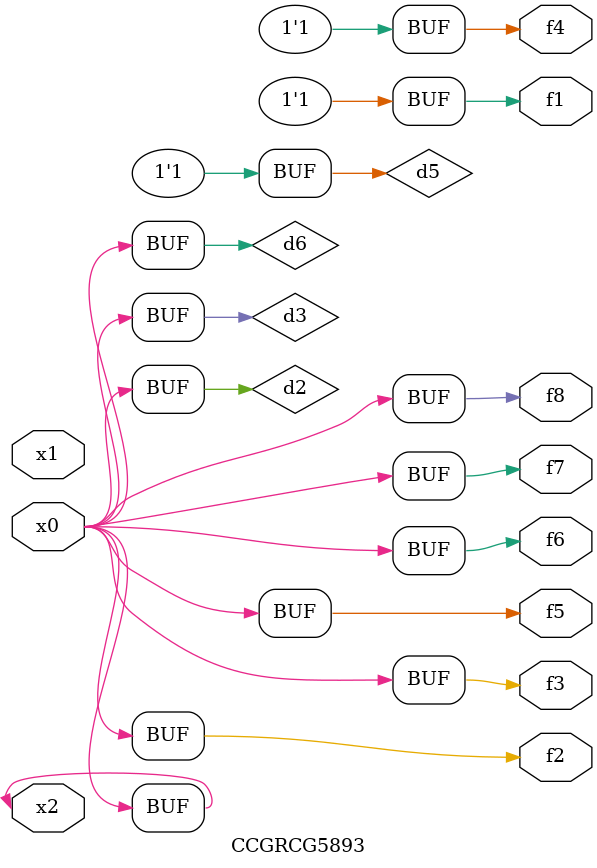
<source format=v>
module CCGRCG5893(
	input x0, x1, x2,
	output f1, f2, f3, f4, f5, f6, f7, f8
);

	wire d1, d2, d3, d4, d5, d6;

	xnor (d1, x2);
	buf (d2, x0, x2);
	and (d3, x0);
	xnor (d4, x1, x2);
	nand (d5, d1, d3);
	buf (d6, d2, d3);
	assign f1 = d5;
	assign f2 = d6;
	assign f3 = d6;
	assign f4 = d5;
	assign f5 = d6;
	assign f6 = d6;
	assign f7 = d6;
	assign f8 = d6;
endmodule

</source>
